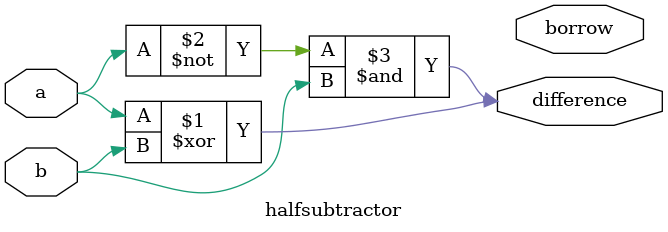
<source format=v>
`timescale 1ns / 1ps


module halfsubtractor(
input a,b,
output difference,borrow);

assign difference=(a^b);
assign difference=(~a&b);
endmodule


</source>
